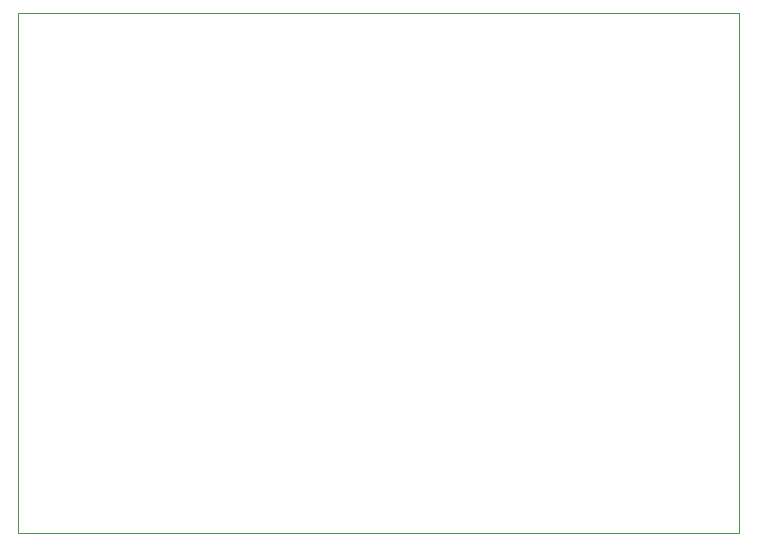
<source format=gbr>
%TF.GenerationSoftware,KiCad,Pcbnew,9.0.2*%
%TF.CreationDate,2025-06-03T16:06:49-07:00*%
%TF.ProjectId,osu_keypad,6f73755f-6b65-4797-9061-642e6b696361,rev?*%
%TF.SameCoordinates,Original*%
%TF.FileFunction,Profile,NP*%
%FSLAX46Y46*%
G04 Gerber Fmt 4.6, Leading zero omitted, Abs format (unit mm)*
G04 Created by KiCad (PCBNEW 9.0.2) date 2025-06-03 16:06:49*
%MOMM*%
%LPD*%
G01*
G04 APERTURE LIST*
%TA.AperFunction,Profile*%
%ADD10C,0.050000*%
%TD*%
G04 APERTURE END LIST*
D10*
X83725000Y-62725000D02*
X144725000Y-62725000D01*
X144725000Y-106725000D01*
X83725000Y-106725000D01*
X83725000Y-62725000D01*
M02*

</source>
